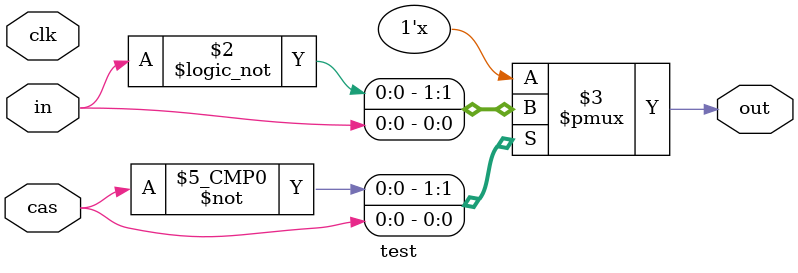
<source format=v>
module test (out, clk, in, cas);
 input clk, in, cas;
 output out;
 reg out;
 always @(clk)
   case (cas)
    1'b0: out = !in;
    1'b1: out = in;
    1'bz: out = 1; //warning on "1'bz"
    1'bx: out = 0; //warning on "1'bx"
    default: out = 1;
   endcase
endmodule


</source>
